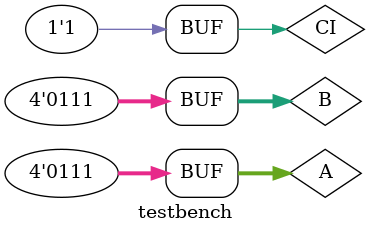
<source format=v>
`timescale 1ns / 1ps


module testbench();
     reg   [3:0] A,B;
     reg   CI;
     wire  [4:0] S;
     adder A1(A,B,CI,S);
     initial
          begin
               A=4'd0;B=4'd0;CI=1'b0;
               #10 A=4'd3;B=4'd4;CI=1'B0;
               #10 A=4'd2;B=4'd5;CI=1'b1;
               /**
               #10 A=4'd9;B=4'd9;CI=1'b1;
               9->1001
               */
               #10 A=4'd7;B=4'd7;CI=1'b1;
          end
     
endmodule

</source>
